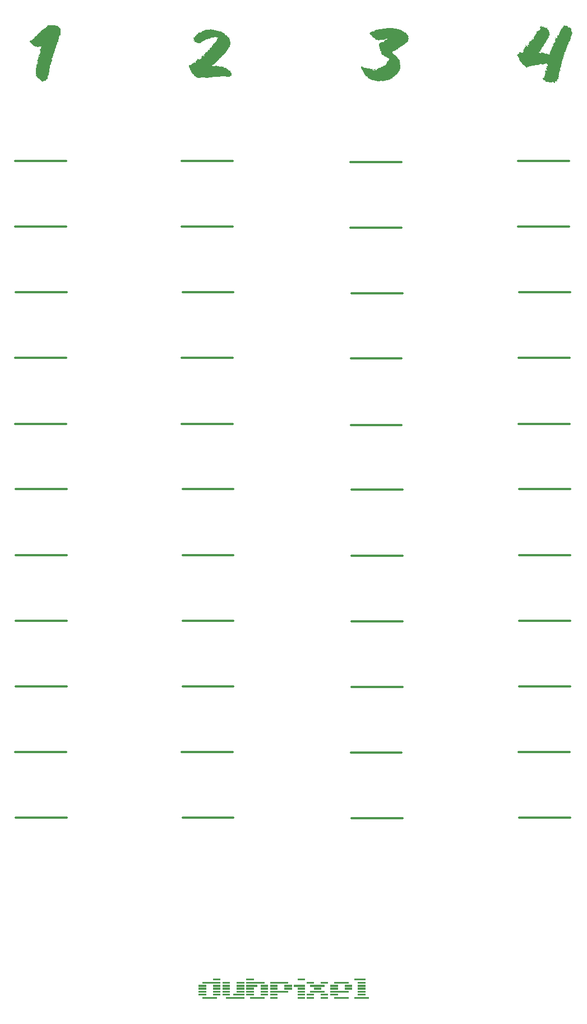
<source format=gbr>
%TF.GenerationSoftware,KiCad,Pcbnew,8.0.6*%
%TF.CreationDate,2025-03-02T16:11:29-08:00*%
%TF.ProjectId,dpx_faded_FP,6470785f-6661-4646-9564-5f46502e6b69,rev?*%
%TF.SameCoordinates,Original*%
%TF.FileFunction,Legend,Top*%
%TF.FilePolarity,Positive*%
%FSLAX46Y46*%
G04 Gerber Fmt 4.6, Leading zero omitted, Abs format (unit mm)*
G04 Created by KiCad (PCBNEW 8.0.6) date 2025-03-02 16:11:29*
%MOMM*%
%LPD*%
G01*
G04 APERTURE LIST*
%ADD10C,0.300000*%
%ADD11C,4.300000*%
G04 APERTURE END LIST*
D10*
X118950000Y-86950000D02*
X126650000Y-86950000D01*
X118850000Y-96850000D02*
X126550000Y-96850000D01*
X118850000Y-106850000D02*
X126550000Y-106850000D01*
X118950000Y-126650000D02*
X126650000Y-126650000D01*
X118950000Y-136500000D02*
X126650000Y-136500000D01*
X118800000Y-67150000D02*
X126500000Y-67150000D01*
X118850000Y-156350000D02*
X126550000Y-156350000D01*
X118950000Y-116650000D02*
X126650000Y-116650000D01*
X118800000Y-77050000D02*
X126500000Y-77050000D01*
X118950000Y-146450000D02*
X126650000Y-146450000D01*
X118950000Y-166250000D02*
X126650000Y-166250000D01*
X93600000Y-87050000D02*
X101300000Y-87050000D01*
X93500000Y-96950000D02*
X101200000Y-96950000D01*
X93500000Y-106950000D02*
X101200000Y-106950000D01*
X93600000Y-126750000D02*
X101300000Y-126750000D01*
X93600000Y-136600000D02*
X101300000Y-136600000D01*
X93450000Y-67250000D02*
X101150000Y-67250000D01*
X93500000Y-156450000D02*
X101200000Y-156450000D01*
X93600000Y-116750000D02*
X101300000Y-116750000D01*
X93450000Y-77150000D02*
X101150000Y-77150000D01*
X93600000Y-146550000D02*
X101300000Y-146550000D01*
X93600000Y-166350000D02*
X101300000Y-166350000D01*
X68100000Y-86950000D02*
X75800000Y-86950000D01*
X68000000Y-96850000D02*
X75700000Y-96850000D01*
X68000000Y-106850000D02*
X75700000Y-106850000D01*
X68100000Y-126650000D02*
X75800000Y-126650000D01*
X68100000Y-136500000D02*
X75800000Y-136500000D01*
X67950000Y-67150000D02*
X75650000Y-67150000D01*
X68000000Y-156350000D02*
X75700000Y-156350000D01*
X68100000Y-116650000D02*
X75800000Y-116650000D01*
X67950000Y-77050000D02*
X75650000Y-77050000D01*
X68100000Y-146450000D02*
X75800000Y-146450000D01*
X68100000Y-166250000D02*
X75800000Y-166250000D01*
X42800000Y-67150000D02*
X50500000Y-67150000D01*
X42800000Y-77050000D02*
X50500000Y-77050000D01*
X42950000Y-86950000D02*
X50650000Y-86950000D01*
X42850000Y-96850000D02*
X50550000Y-96850000D01*
X42850000Y-106850000D02*
X50550000Y-106850000D01*
X42950000Y-116650000D02*
X50650000Y-116650000D01*
X42950000Y-126650000D02*
X50650000Y-126650000D01*
X42950000Y-136500000D02*
X50650000Y-136500000D01*
X42950000Y-146450000D02*
X50650000Y-146450000D01*
X42850000Y-156350000D02*
X50550000Y-156350000D01*
X42950000Y-166250000D02*
X50650000Y-166250000D01*
G36*
X125863956Y-46673775D02*
G01*
X125992916Y-46710900D01*
X126190265Y-46667913D01*
X126221528Y-46781242D01*
X126268422Y-46802735D01*
X126330949Y-46853538D01*
X126360258Y-46935603D01*
X126393475Y-46935603D01*
X126442323Y-46929741D01*
X126493126Y-46929741D01*
X126639672Y-46955143D01*
X126601797Y-47093467D01*
X126645533Y-47074333D01*
X126827250Y-47142721D01*
X126854605Y-47498339D01*
X126950348Y-47846140D01*
X126881960Y-47943838D01*
X126878053Y-48029811D01*
X126854605Y-48147048D01*
X126782309Y-48233021D01*
X126764724Y-48449909D01*
X126686566Y-48619902D01*
X126651395Y-48774263D01*
X126608408Y-48889546D01*
X126538066Y-49022414D01*
X126444277Y-49100572D01*
X126416922Y-49231486D01*
X126397383Y-49379986D01*
X126330949Y-49510900D01*
X126203942Y-49581242D01*
X126233251Y-49637906D01*
X126237159Y-49780544D01*
X126168771Y-49841116D01*
X126135554Y-49848932D01*
X126151186Y-49923182D01*
X126141416Y-50046280D01*
X126080844Y-50100990D01*
X126051535Y-50114668D01*
X126071074Y-50173286D01*
X126067166Y-50282707D01*
X125994870Y-50337418D01*
X125967515Y-50355003D01*
X125981193Y-50435115D01*
X125985101Y-50550397D01*
X125903035Y-50610969D01*
X125862002Y-50614877D01*
X125863956Y-50722344D01*
X125750628Y-50790732D01*
X125791660Y-50837627D01*
X125795416Y-50879479D01*
X125983147Y-50788778D01*
X125796172Y-50887912D01*
X125805338Y-50990034D01*
X125693048Y-50968092D01*
X125695917Y-51036929D01*
X125655339Y-51145750D01*
X125695917Y-51161981D01*
X125734996Y-51324159D01*
X125625575Y-51365191D01*
X125580723Y-51353717D01*
X125623621Y-51474612D01*
X125574773Y-51513691D01*
X125586496Y-51511737D01*
X125541556Y-51666099D01*
X125490753Y-51808736D01*
X125459490Y-51980683D01*
X125334438Y-52123321D01*
X125375471Y-52154584D01*
X125402826Y-52254235D01*
X125406734Y-52381242D01*
X125285589Y-52467215D01*
X125312944Y-52516064D01*
X125295359Y-52672379D01*
X125260188Y-52836510D01*
X125217201Y-53035812D01*
X125153228Y-53062086D01*
X125160537Y-53070983D01*
X125156629Y-53158911D01*
X125133182Y-53244884D01*
X125176168Y-53510621D01*
X125052561Y-53395949D01*
X125066748Y-53463726D01*
X125004221Y-53493035D01*
X125045254Y-53625903D01*
X124955373Y-53856468D01*
X124986636Y-53922903D01*
X124926064Y-54003014D01*
X124943649Y-54030369D01*
X124953419Y-54096803D01*
X124943649Y-54155422D01*
X124879169Y-54169099D01*
X124920202Y-54309783D01*
X124883077Y-54440697D01*
X124840090Y-54546210D01*
X124855722Y-54722065D01*
X124671893Y-54718208D01*
X124695498Y-54878381D01*
X124646650Y-54913551D01*
X124679867Y-55106992D01*
X124489095Y-54983071D01*
X124447348Y-55095268D01*
X124343779Y-55024841D01*
X124343789Y-55024926D01*
X124355512Y-55323879D01*
X124140579Y-55216413D01*
X124085868Y-55140209D01*
X123951046Y-55196873D01*
X123808408Y-55251584D01*
X123667725Y-55271123D01*
X123333600Y-55247676D01*
X123405896Y-55173426D01*
X123427805Y-55154198D01*
X123403942Y-55136301D01*
X123292568Y-55177334D01*
X123187055Y-55130439D01*
X123110851Y-55106992D01*
X122999476Y-55183196D01*
X122921318Y-55058143D01*
X122888101Y-54999525D01*
X122817759Y-54964354D01*
X122794312Y-54897920D01*
X122770865Y-54923321D01*
X122680983Y-54909644D01*
X122612595Y-54813900D01*
X122602826Y-54751374D01*
X122503175Y-54741605D01*
X122506496Y-54701747D01*
X123098369Y-54701747D01*
X123134298Y-54706434D01*
X123203394Y-54706434D01*
X123190963Y-54688848D01*
X123216584Y-54616253D01*
X123098369Y-54701747D01*
X122506496Y-54701747D01*
X122516852Y-54577473D01*
X122579378Y-54569658D01*
X122643859Y-54555980D01*
X122702477Y-54532533D01*
X122723970Y-54487592D01*
X122790404Y-54362540D01*
X122872470Y-54428974D01*
X122895917Y-54479776D01*
X122903733Y-54497362D01*
X122955956Y-54440242D01*
X122954535Y-54436789D01*
X122938904Y-54415296D01*
X122878332Y-54436789D01*
X122782588Y-54268750D01*
X122932713Y-54251428D01*
X122866608Y-54225764D01*
X122847069Y-54098757D01*
X122847069Y-53987383D01*
X122827529Y-53866238D01*
X122937814Y-53861047D01*
X122952581Y-53772449D01*
X123034647Y-53741186D01*
X123067864Y-53752909D01*
X123076758Y-53723489D01*
X123065910Y-53735324D01*
X123003384Y-53618087D01*
X122989706Y-53670844D01*
X122813852Y-53719692D01*
X122864654Y-53537976D01*
X122915457Y-53514528D01*
X122948674Y-53334766D01*
X123050279Y-53448094D01*
X123101081Y-53516482D01*
X123118886Y-53520551D01*
X123202686Y-53489127D01*
X123136252Y-53485219D01*
X123159141Y-53405108D01*
X123149930Y-53405108D01*
X123060048Y-53364075D01*
X122972121Y-53045582D01*
X123210502Y-53170635D01*
X123214566Y-53168772D01*
X123193800Y-53150285D01*
X123254901Y-53150285D01*
X123304291Y-53127648D01*
X123271416Y-52996149D01*
X123254901Y-53150285D01*
X123193800Y-53150285D01*
X123089357Y-53057306D01*
X123157745Y-52986964D01*
X123030739Y-52928346D01*
X123057999Y-52842372D01*
X123146022Y-52842372D01*
X123273687Y-52923102D01*
X123285458Y-52877489D01*
X123191799Y-52832474D01*
X123146022Y-52842372D01*
X123057999Y-52842372D01*
X123106943Y-52688011D01*
X123184563Y-52784696D01*
X123222226Y-52723182D01*
X123278890Y-52559050D01*
X123351186Y-52666517D01*
X123311921Y-52530495D01*
X123167515Y-52557096D01*
X123112805Y-52385150D01*
X123005338Y-52406643D01*
X122786496Y-52471123D01*
X122548115Y-52537557D01*
X122380796Y-52498287D01*
X122378122Y-52504340D01*
X122256978Y-52498478D01*
X122292149Y-52457445D01*
X122268702Y-52463307D01*
X122198360Y-52496524D01*
X122096755Y-52486755D01*
X122078161Y-52468593D01*
X122043998Y-52553189D01*
X121647226Y-52644413D01*
X121487124Y-52652840D01*
X121094657Y-52687644D01*
X120883356Y-52734905D01*
X120803244Y-52719274D01*
X120813014Y-52701688D01*
X120709455Y-52797431D01*
X120601988Y-52805247D01*
X120521877Y-52809155D01*
X120496475Y-52807201D01*
X120496475Y-52904898D01*
X120258094Y-52914668D01*
X120078332Y-53020181D01*
X119988450Y-52871681D01*
X119902477Y-52840418D01*
X119798918Y-52783754D01*
X119730530Y-52635254D01*
X119695359Y-52662609D01*
X119576168Y-52625484D01*
X119474563Y-52504340D01*
X119382728Y-52363656D01*
X119334654Y-52300199D01*
X119253768Y-52269867D01*
X119197103Y-52158492D01*
X119152163Y-52080334D01*
X119038834Y-52051025D01*
X119029064Y-51845861D01*
X118974354Y-51752072D01*
X118907920Y-51642651D01*
X118874703Y-51484382D01*
X118730111Y-51378869D01*
X118597243Y-51085778D01*
X118757466Y-50986127D01*
X118810362Y-50969952D01*
X119231737Y-50969952D01*
X119247807Y-51006420D01*
X119250284Y-50970928D01*
X119231737Y-50969952D01*
X118810362Y-50969952D01*
X118925902Y-50934621D01*
X118935944Y-50889608D01*
X119443136Y-50889608D01*
X119453809Y-50951707D01*
X119483100Y-50897876D01*
X119443136Y-50889608D01*
X118935944Y-50889608D01*
X118976308Y-50708667D01*
X119081821Y-50698897D01*
X119132623Y-50712575D01*
X119146301Y-50642233D01*
X119314340Y-50771193D01*
X119317432Y-50787426D01*
X119349511Y-50745792D01*
X119401857Y-50800572D01*
X119415945Y-50749699D01*
X119498011Y-50653956D01*
X119546237Y-50630356D01*
X119519504Y-50605108D01*
X119628925Y-50530858D01*
X119701221Y-50530858D01*
X119765701Y-50526950D01*
X119795010Y-50515226D01*
X119763747Y-50384312D01*
X119871543Y-50417119D01*
X119777424Y-50360865D01*
X119780431Y-50344625D01*
X119745909Y-50384541D01*
X119765701Y-50462470D01*
X119625017Y-50480055D01*
X119548813Y-50345233D01*
X119699529Y-50238214D01*
X119664096Y-50243628D01*
X119767655Y-50044326D01*
X119772111Y-50001992D01*
X119981685Y-50001992D01*
X119990663Y-50005056D01*
X119992358Y-49997431D01*
X120023621Y-49977892D01*
X119981685Y-50001992D01*
X119772111Y-50001992D01*
X119779378Y-49932951D01*
X119872413Y-49964701D01*
X119919459Y-49686995D01*
X119912247Y-49563656D01*
X120097871Y-49784452D01*
X120142812Y-49796175D01*
X120203384Y-49817669D01*
X120252233Y-49852840D01*
X120250279Y-49587103D01*
X120402686Y-49616413D01*
X120422226Y-49577334D01*
X120457054Y-49504191D01*
X120420272Y-49499176D01*
X120361653Y-49432742D01*
X120390963Y-49329183D01*
X120474982Y-49272519D01*
X120523831Y-49254933D01*
X120496475Y-49264703D01*
X120539462Y-49237348D01*
X120514061Y-49243210D01*
X120467166Y-49170914D01*
X120473028Y-49084940D01*
X120551973Y-49110844D01*
X120541416Y-49100572D01*
X120653310Y-49141366D01*
X120660607Y-49000921D01*
X120758933Y-48997139D01*
X120778936Y-48954633D01*
X120777843Y-48954026D01*
X120809106Y-48741046D01*
X120848185Y-48791849D01*
X120914619Y-48870006D01*
X120939201Y-48902271D01*
X120941974Y-48885638D01*
X120963468Y-48809434D01*
X120883356Y-48639441D01*
X121132712Y-48738421D01*
X121174494Y-48666796D01*
X121233275Y-48705592D01*
X121207711Y-48651165D01*
X121209098Y-48646902D01*
X121125645Y-48615994D01*
X121129198Y-48552033D01*
X121113921Y-48563237D01*
X121127599Y-48393244D01*
X121205757Y-48383475D01*
X121194033Y-48356120D01*
X121194033Y-48260376D01*
X121408967Y-48092337D01*
X121535973Y-47840279D01*
X121643765Y-47859657D01*
X121627808Y-47799246D01*
X121627808Y-47764075D01*
X121520341Y-47824647D01*
X121541442Y-47755111D01*
X122088527Y-47755111D01*
X122092847Y-47756259D01*
X122115222Y-47766305D01*
X122117067Y-47759581D01*
X122088527Y-47755111D01*
X121541442Y-47755111D01*
X121554731Y-47711318D01*
X121852512Y-47711318D01*
X121854058Y-47748429D01*
X121865359Y-47745907D01*
X121861792Y-47736302D01*
X121908387Y-47736302D01*
X121967794Y-47723042D01*
X122040276Y-47742295D01*
X121999057Y-47697641D01*
X121973656Y-47670286D01*
X121949104Y-47678312D01*
X121908387Y-47736302D01*
X121861792Y-47736302D01*
X121852512Y-47711318D01*
X121554731Y-47711318D01*
X121606315Y-47541325D01*
X121729413Y-47597990D01*
X121758722Y-47637069D01*
X121733321Y-47472937D01*
X121880415Y-47573851D01*
X121883775Y-47521786D01*
X121905557Y-47514525D01*
X122086108Y-47514525D01*
X122086593Y-47514732D01*
X122087079Y-47514271D01*
X122086108Y-47514525D01*
X121905557Y-47514525D01*
X121916027Y-47511035D01*
X121930669Y-47404549D01*
X122030321Y-47367424D01*
X122051814Y-47365471D01*
X122042044Y-47302944D01*
X122067445Y-47185708D01*
X122143649Y-47156399D01*
X122137787Y-47086057D01*
X122148841Y-47044603D01*
X122002965Y-46964912D01*
X122049860Y-46839860D01*
X122163189Y-46761702D01*
X122364445Y-46726531D01*
X122342951Y-46847676D01*
X122378122Y-46845722D01*
X122538346Y-46812505D01*
X122712247Y-46951235D01*
X122804082Y-46935603D01*
X122893963Y-46974682D01*
X122966259Y-47015715D01*
X123175331Y-46966866D01*
X123167515Y-47132951D01*
X123204640Y-47164214D01*
X123267166Y-47216971D01*
X123290614Y-47334207D01*
X123349232Y-47322484D01*
X123411758Y-47441674D01*
X123437159Y-47414319D01*
X123450837Y-47496385D01*
X123464515Y-47582358D01*
X123405896Y-47627299D01*
X123474284Y-47627299D01*
X123495778Y-47838325D01*
X123591521Y-48023949D01*
X123489916Y-48053258D01*
X123480146Y-48123600D01*
X123425436Y-48193942D01*
X123370725Y-48213482D01*
X123398080Y-48272100D01*
X123390265Y-48399106D01*
X123310153Y-48473356D01*
X123241765Y-48537836D01*
X123220272Y-48612086D01*
X123198778Y-48698060D01*
X123163607Y-48760586D01*
X123153838Y-48741046D01*
X123104989Y-48871960D01*
X123009246Y-48985289D01*
X122991660Y-49053677D01*
X122966259Y-49145512D01*
X122917411Y-49209993D01*
X122917411Y-49198269D01*
X122876378Y-49325275D01*
X122782588Y-49438604D01*
X122682937Y-49536301D01*
X122624319Y-49604689D01*
X122634089Y-49645722D01*
X122645812Y-49741465D01*
X122524668Y-49811807D01*
X122469958Y-49825484D01*
X122409385Y-49956399D01*
X122335136Y-50130300D01*
X122272609Y-50177194D01*
X122298011Y-50169378D01*
X122221807Y-50329602D01*
X122126064Y-50351095D01*
X122137787Y-50368681D01*
X122129972Y-50435115D01*
X122116294Y-50499595D01*
X122059630Y-50573845D01*
X122012735Y-50638325D01*
X121989288Y-50667634D01*
X121854466Y-50761423D01*
X121812557Y-50826903D01*
X121858374Y-50821995D01*
X121946301Y-50806364D01*
X122045952Y-50800502D01*
X122077215Y-50861074D01*
X122077215Y-50841535D01*
X122157327Y-50851304D01*
X122213991Y-50841535D01*
X122229623Y-50812226D01*
X122260886Y-50755561D01*
X122349407Y-50795055D01*
X122352721Y-50655910D01*
X122495359Y-50780963D01*
X122555931Y-50806364D01*
X122731786Y-50853258D01*
X122905687Y-50947048D01*
X122917411Y-50913831D01*
X123022923Y-50859120D01*
X123257397Y-50921646D01*
X123372679Y-51066238D01*
X123431297Y-51054515D01*
X123540718Y-51033021D01*
X123593557Y-51033833D01*
X123560258Y-50980265D01*
X123534856Y-50837627D01*
X123597409Y-50726252D01*
X123751744Y-50726252D01*
X123783618Y-50826273D01*
X123825994Y-50779009D01*
X123781053Y-50802456D01*
X123751744Y-50726252D01*
X123597409Y-50726252D01*
X123614968Y-50694989D01*
X123675540Y-50509364D01*
X123687264Y-50425345D01*
X123726343Y-50319832D01*
X123757016Y-50301620D01*
X123976036Y-50301620D01*
X124033112Y-50267076D01*
X124010346Y-50200531D01*
X123980355Y-50253398D01*
X123976036Y-50301620D01*
X123757016Y-50301620D01*
X123788869Y-50282707D01*
X123804501Y-50269030D01*
X123816224Y-50206503D01*
X123816224Y-50130300D01*
X123853349Y-50046280D01*
X124004557Y-50048718D01*
X124003803Y-50040418D01*
X123908060Y-50036510D01*
X123913165Y-49979846D01*
X124175750Y-49979846D01*
X124179797Y-49986592D01*
X124187473Y-49989616D01*
X124175750Y-49979846D01*
X123913165Y-49979846D01*
X123927599Y-49819623D01*
X124001849Y-49802037D01*
X124123134Y-49704481D01*
X124121039Y-49702386D01*
X124097260Y-49608591D01*
X124296018Y-49608591D01*
X124300802Y-49612505D01*
X124297384Y-49662629D01*
X124306664Y-49655491D01*
X124344982Y-49636331D01*
X124322295Y-49626182D01*
X124351605Y-49567564D01*
X124296018Y-49608591D01*
X124097260Y-49608591D01*
X124050697Y-49424926D01*
X124203380Y-49409846D01*
X124177704Y-49358492D01*
X124154256Y-49127927D01*
X124354697Y-49353423D01*
X124363328Y-49317459D01*
X124390683Y-49231486D01*
X124453210Y-49219762D01*
X124384822Y-49141605D01*
X124398499Y-49047815D01*
X124424959Y-49000185D01*
X124345743Y-48936441D01*
X124368005Y-48829584D01*
X124557035Y-48829584D01*
X124633508Y-48909311D01*
X124631018Y-48871960D01*
X124607571Y-48741046D01*
X124608700Y-48709797D01*
X124578262Y-48791849D01*
X124557035Y-48829584D01*
X124368005Y-48829584D01*
X124375052Y-48795757D01*
X124423900Y-48690244D01*
X124363328Y-48447955D01*
X124610506Y-48659821D01*
X124613433Y-48578869D01*
X124732539Y-48585560D01*
X124705268Y-48537836D01*
X124705268Y-48381521D01*
X124817177Y-48394817D01*
X124820744Y-48340133D01*
X124720900Y-48371751D01*
X124677913Y-48145094D01*
X124898709Y-48117739D01*
X124950873Y-48132381D01*
X124929972Y-48037627D01*
X124955373Y-47910621D01*
X125008129Y-47810969D01*
X125045254Y-47766029D01*
X125008129Y-47767983D01*
X125076517Y-47594082D01*
X125092199Y-47604003D01*
X125080425Y-47568681D01*
X125299267Y-47568681D01*
X125305788Y-47575927D01*
X125336221Y-47502247D01*
X125320697Y-47502247D01*
X125299267Y-47568681D01*
X125080425Y-47568681D01*
X125060886Y-47510062D01*
X125226170Y-47441556D01*
X125275819Y-47105596D01*
X125434089Y-47134905D01*
X125475122Y-47056748D01*
X125527878Y-46898478D01*
X125606245Y-46926741D01*
X125598220Y-46876985D01*
X125610193Y-46799825D01*
X125561095Y-46783196D01*
X125719364Y-46632742D01*
X125863956Y-46673775D01*
G37*
G36*
X99797173Y-47031346D02*
G01*
X99953489Y-47078241D01*
X99953489Y-47143918D01*
X100055094Y-47109504D01*
X100109804Y-47097780D01*
X100221179Y-47086057D01*
X100352093Y-47093872D01*
X100447836Y-47132951D01*
X100568981Y-47179846D01*
X100799546Y-47230648D01*
X100864026Y-47310760D01*
X100897243Y-47334207D01*
X100991032Y-47338115D01*
X101170795Y-47345931D01*
X101162084Y-47406905D01*
X101289986Y-47469030D01*
X101411130Y-47541325D01*
X101549860Y-47639023D01*
X101647557Y-47715226D01*
X101545952Y-47857864D01*
X101825366Y-47738674D01*
X101889846Y-47891081D01*
X101995359Y-47990732D01*
X102022843Y-48034456D01*
X102153628Y-48121646D01*
X102202477Y-48234975D01*
X102233740Y-48338534D01*
X102216154Y-48395198D01*
X102270865Y-48639441D01*
X102212247Y-48850467D01*
X102149720Y-49010690D01*
X102083286Y-49049769D01*
X102050069Y-49065401D01*
X102052023Y-49100572D01*
X102018806Y-49186545D01*
X101925017Y-49208039D01*
X101905478Y-49186545D01*
X101792149Y-49336999D01*
X101748414Y-49304198D01*
X101595713Y-49505582D01*
X101528367Y-49557794D01*
X101209874Y-49723879D01*
X101020341Y-49872379D01*
X100826901Y-50003293D01*
X100750697Y-50018925D01*
X100776099Y-50018925D01*
X100688171Y-50134207D01*
X100568981Y-50241674D01*
X100440020Y-50263168D01*
X100402896Y-50257306D01*
X100309106Y-50384312D01*
X100201639Y-50452700D01*
X99963258Y-50499595D01*
X99971074Y-50425345D01*
X99867515Y-50632463D01*
X99745674Y-50704704D01*
X99812805Y-50716482D01*
X99813798Y-50781031D01*
X99822575Y-50777055D01*
X99875331Y-50833719D01*
X99887055Y-50874752D01*
X99906594Y-50880614D01*
X100051186Y-50986127D01*
X100137159Y-51122903D01*
X100154745Y-51111179D01*
X100232903Y-51111179D01*
X100328646Y-51212784D01*
X100367725Y-51285080D01*
X100477145Y-51355422D01*
X100471284Y-51433579D01*
X100475191Y-51419902D01*
X100584612Y-51429672D01*
X100557257Y-51527369D01*
X100543579Y-51537138D01*
X100703803Y-51722763D01*
X100908967Y-51974822D01*
X100926552Y-52054933D01*
X100901898Y-52269775D01*
X100994940Y-52306992D01*
X100926552Y-52506294D01*
X100967585Y-52539511D01*
X101022295Y-52656748D01*
X101028157Y-52813063D01*
X100957815Y-52947885D01*
X100969539Y-52965471D01*
X100953907Y-53106154D01*
X100881612Y-53356259D01*
X100725296Y-53545792D01*
X100735066Y-53614180D01*
X100695987Y-53758771D01*
X100608060Y-53809574D01*
X100572889Y-53815436D01*
X100580704Y-53844745D01*
X100561165Y-53928764D01*
X100443928Y-54012784D01*
X100357955Y-54063586D01*
X100238764Y-54169099D01*
X100101988Y-54286336D01*
X100039462Y-54313691D01*
X100053140Y-54327369D01*
X99941765Y-54428974D01*
X99846022Y-54473914D01*
X99781542Y-54540348D01*
X99717062Y-54640000D01*
X99619364Y-54634138D01*
X99603733Y-54634138D01*
X99558792Y-54690802D01*
X99509944Y-54765052D01*
X99273517Y-54809993D01*
X99093754Y-54894012D01*
X99009297Y-54826208D01*
X98917899Y-54948722D01*
X98830400Y-54877951D01*
X98702965Y-55005387D01*
X98620900Y-55001479D01*
X98511479Y-55042512D01*
X98368841Y-55067913D01*
X98362621Y-55052043D01*
X98232065Y-55038604D01*
X98271144Y-54999525D01*
X98245743Y-55009295D01*
X98183217Y-55034696D01*
X98114829Y-55003433D01*
X98101151Y-54938953D01*
X97831507Y-55073775D01*
X97752259Y-55000354D01*
X97733810Y-55060097D01*
X97574894Y-55019444D01*
X97511060Y-55134347D01*
X97446580Y-55011249D01*
X97368422Y-55003433D01*
X97306582Y-54968095D01*
X97286357Y-55009295D01*
X96985450Y-54936999D01*
X96639602Y-54876427D01*
X96656254Y-54842143D01*
X96442254Y-54729881D01*
X96324898Y-54674108D01*
X96777677Y-54674108D01*
X96779150Y-54674217D01*
X96778332Y-54669309D01*
X96777677Y-54674108D01*
X96324898Y-54674108D01*
X96244905Y-54636092D01*
X96074912Y-54489546D01*
X96028018Y-54305875D01*
X96004570Y-54341046D01*
X95943998Y-54341046D01*
X95893196Y-54315645D01*
X95768143Y-54301967D01*
X95760327Y-54174961D01*
X95680216Y-54126113D01*
X95584473Y-54020600D01*
X95593586Y-53895605D01*
X95509749Y-53782219D01*
X96762700Y-53782219D01*
X96770516Y-53768541D01*
X96801659Y-53750284D01*
X96782240Y-53747048D01*
X96762700Y-53782219D01*
X95509749Y-53782219D01*
X95413510Y-53652060D01*
X95355976Y-53478303D01*
X96557875Y-53478303D01*
X96576072Y-53463746D01*
X96561321Y-53461371D01*
X96557875Y-53478303D01*
X95355976Y-53478303D01*
X95328988Y-53396795D01*
X96508950Y-53396795D01*
X96551674Y-53401025D01*
X96551674Y-53379706D01*
X96508950Y-53396795D01*
X95328988Y-53396795D01*
X95328506Y-53395338D01*
X95254256Y-53315226D01*
X95150697Y-53215575D01*
X95072540Y-53069030D01*
X95111618Y-52736859D01*
X95256210Y-52856050D01*
X95359769Y-52897083D01*
X95437927Y-52986964D01*
X95344138Y-53080753D01*
X95461374Y-52967424D01*
X95572749Y-53014319D01*
X95654815Y-53072937D01*
X95924459Y-53059260D01*
X95853239Y-53116913D01*
X95914689Y-53141325D01*
X95924459Y-53227299D01*
X95920551Y-53260516D01*
X95924459Y-53254654D01*
X95962715Y-53303946D01*
X95983077Y-53131556D01*
X96422714Y-53131556D01*
X96285938Y-53270286D01*
X96327855Y-53305216D01*
X96426622Y-53203852D01*
X96631786Y-53182358D01*
X96801779Y-53258562D01*
X96783444Y-53482252D01*
X96807641Y-53510621D01*
X96833042Y-53549699D01*
X96872121Y-53549699D01*
X96899476Y-53549699D01*
X96887752Y-53536022D01*
X96852581Y-53467634D01*
X96901430Y-53278101D01*
X97011887Y-53543693D01*
X97018667Y-53508667D01*
X97083399Y-53391124D01*
X96981542Y-53366029D01*
X97053838Y-53213621D01*
X97192568Y-53194082D01*
X97300034Y-53264424D01*
X97214963Y-53368829D01*
X97378192Y-53362121D01*
X97434390Y-53350610D01*
X97475395Y-53248757D01*
X97706351Y-53248757D01*
X97712827Y-53253278D01*
X97722086Y-53242930D01*
X97706351Y-53248757D01*
X97475395Y-53248757D01*
X97478097Y-53242046D01*
X97468073Y-53240976D01*
X97481073Y-53227299D01*
X98304361Y-53227299D01*
X98384473Y-53227299D01*
X98349302Y-53194082D01*
X98394242Y-53170635D01*
X98318039Y-53170635D01*
X98351256Y-53205806D01*
X98304361Y-53227299D01*
X97481073Y-53227299D01*
X97486212Y-53221892D01*
X97493475Y-53203852D01*
X97504467Y-53202686D01*
X97655652Y-53043628D01*
X97810013Y-53067076D01*
X97917480Y-53076845D01*
X98009316Y-52953747D01*
X98086284Y-53019170D01*
X98122644Y-52904898D01*
X98249651Y-52942023D01*
X98222295Y-52990872D01*
X98331716Y-52836510D01*
X98558374Y-52738813D01*
X98601360Y-52693872D01*
X98661933Y-52611807D01*
X98757676Y-52525833D01*
X98878820Y-52514110D01*
X98841695Y-52441814D01*
X98906175Y-52383196D01*
X98939392Y-52338255D01*
X98986287Y-52359748D01*
X98937438Y-52328485D01*
X99052721Y-52078381D01*
X99134685Y-52138277D01*
X99130879Y-52039302D01*
X99205123Y-51926047D01*
X99299063Y-51926047D01*
X99310514Y-51939598D01*
X99308688Y-51922065D01*
X99299063Y-51926047D01*
X99205123Y-51926047D01*
X99246161Y-51863447D01*
X99261828Y-51881987D01*
X99296964Y-51654375D01*
X99212944Y-51591849D01*
X99083984Y-51513691D01*
X99013642Y-51492198D01*
X98890544Y-51453119D01*
X98851465Y-51380823D01*
X98826064Y-51345652D01*
X98755722Y-51365191D01*
X98650209Y-51341744D01*
X98609176Y-51288988D01*
X98616992Y-51287034D01*
X98513433Y-51226461D01*
X98501709Y-51160027D01*
X98415736Y-51148304D01*
X98292637Y-51105317D01*
X98232065Y-51038883D01*
X98155861Y-51005666D01*
X98150144Y-50851304D01*
X99722923Y-50851304D01*
X99769818Y-50853258D01*
X99753089Y-50848736D01*
X99722923Y-50851304D01*
X98150144Y-50851304D01*
X98148046Y-50794640D01*
X98105059Y-50683265D01*
X98077704Y-50587522D01*
X98073796Y-50517180D01*
X98030809Y-50499595D01*
X97970237Y-50448792D01*
X97962421Y-50368681D01*
X97985868Y-50343279D01*
X97933112Y-50269030D01*
X97942882Y-50208457D01*
X97862770Y-50091221D01*
X97871721Y-49844171D01*
X97757257Y-49823531D01*
X97802198Y-49571472D01*
X97833461Y-49307690D01*
X97983914Y-49284242D01*
X98067813Y-49278140D01*
X98062072Y-49266657D01*
X98146092Y-49157236D01*
X98293981Y-49174300D01*
X98341486Y-49127927D01*
X98450907Y-49131835D01*
X98349302Y-49204131D01*
X98522059Y-49087851D01*
X98521249Y-49082986D01*
X98523203Y-49008736D01*
X98593545Y-48955980D01*
X98693196Y-49014598D01*
X98658025Y-48993105D01*
X98706873Y-48842651D01*
X98843870Y-48931036D01*
X98851465Y-48920809D01*
X98858201Y-48921492D01*
X98878820Y-48784033D01*
X98986287Y-48758632D01*
X99012418Y-48769687D01*
X98996057Y-48705875D01*
X99037965Y-48641702D01*
X99035136Y-48641395D01*
X98912037Y-48657027D01*
X98806524Y-48684382D01*
X98751814Y-48703921D01*
X98697103Y-48735184D01*
X98609176Y-48729323D01*
X98597452Y-48725415D01*
X98531018Y-48791849D01*
X98404012Y-48793803D01*
X98339532Y-48766448D01*
X98298499Y-48787941D01*
X98241835Y-48827020D01*
X98202756Y-48791849D01*
X98114829Y-48827020D01*
X98107013Y-48797711D01*
X97940928Y-48850467D01*
X97747487Y-48901270D01*
X97409455Y-48838743D01*
X97415317Y-48813342D01*
X97391870Y-48795757D01*
X97219923Y-48760586D01*
X97137857Y-48608178D01*
X96868213Y-48447955D01*
X96713852Y-48121646D01*
X96665003Y-48102107D01*
X96616154Y-48094291D01*
X96475471Y-48053258D01*
X96452023Y-47959469D01*
X96446161Y-47900851D01*
X96309385Y-47812923D01*
X96522365Y-47640976D01*
X96817188Y-47568158D01*
X96858443Y-47519832D01*
X96948325Y-47588220D01*
X97006943Y-47525694D01*
X97075331Y-47545233D01*
X97083147Y-47420181D01*
X97405547Y-47320530D01*
X97384938Y-47360161D01*
X97419225Y-47336161D01*
X97573272Y-47359659D01*
X97577494Y-47347885D01*
X97667376Y-47216971D01*
X97938974Y-47189616D01*
X98290683Y-47199385D01*
X98180623Y-47312502D01*
X98374703Y-47328346D01*
X98316085Y-47297083D01*
X98317402Y-47252292D01*
X99009634Y-47252292D01*
X99013642Y-47256050D01*
X99021458Y-47234556D01*
X99009634Y-47252292D01*
X98317402Y-47252292D01*
X98321946Y-47097780D01*
X98646301Y-47101688D01*
X98890544Y-47109504D01*
X98901096Y-47120759D01*
X98902267Y-47052840D01*
X99154326Y-47037208D01*
X99176470Y-47096929D01*
X99205129Y-47052840D01*
X99371214Y-47025484D01*
X99593963Y-47019623D01*
X99797173Y-47031346D01*
G37*
G36*
X72470412Y-47258928D02*
G01*
X72534926Y-47306852D01*
X72534791Y-47308064D01*
X72538834Y-47300990D01*
X72645550Y-47345318D01*
X72646301Y-47330300D01*
X72749860Y-47300990D01*
X72861235Y-47338115D01*
X72912037Y-47357655D01*
X73048813Y-47361563D01*
X73189497Y-47357655D01*
X73242254Y-47402595D01*
X73238346Y-47424089D01*
X73418108Y-47431905D01*
X73588101Y-47480753D01*
X73662351Y-47517878D01*
X73644766Y-47537418D01*
X73812805Y-47558911D01*
X73914410Y-47576496D01*
X73996475Y-47582358D01*
X74039462Y-47683963D01*
X74047278Y-47693733D01*
X74127390Y-47685917D01*
X74230949Y-47703503D01*
X74273935Y-47783614D01*
X74281751Y-47826601D01*
X74314968Y-47809016D01*
X74406803Y-47836371D01*
X74498639Y-47949699D01*
X74574842Y-48047397D01*
X74690125Y-48111877D01*
X74799546Y-48170495D01*
X74852302Y-48264284D01*
X74867934Y-48338534D01*
X74910921Y-48350258D01*
X75020341Y-48379567D01*
X75041835Y-48475310D01*
X74994940Y-48528066D01*
X75051605Y-48477264D01*
X75147348Y-48518297D01*
X75157117Y-48623810D01*
X75151256Y-48678520D01*
X75190334Y-48692198D01*
X75266538Y-48750816D01*
X75272400Y-48875868D01*
X75270446Y-48985289D01*
X75317341Y-49094710D01*
X75325157Y-49295966D01*
X75257245Y-49376936D01*
X75295847Y-49411249D01*
X75327110Y-49583196D01*
X75274354Y-49614459D01*
X75270446Y-49620321D01*
X75264584Y-49698478D01*
X75270446Y-49815715D01*
X75151256Y-49888011D01*
X75078960Y-49927090D01*
X75075052Y-50015017D01*
X75034019Y-50157655D01*
X74967585Y-50224089D01*
X74908967Y-50272937D01*
X74942184Y-50296385D01*
X74819085Y-50341325D01*
X74834717Y-50380404D01*
X74809316Y-50495687D01*
X74715526Y-50507411D01*
X74707711Y-50474193D01*
X74707711Y-50528904D01*
X74639323Y-50599246D01*
X74621737Y-50673496D01*
X74584612Y-50777055D01*
X74397034Y-50919692D01*
X74258304Y-51085778D01*
X74166468Y-51216692D01*
X74074633Y-51222554D01*
X74092219Y-51240139D01*
X74084403Y-51318297D01*
X74012107Y-51378869D01*
X73963258Y-51388639D01*
X73914410Y-51468750D01*
X73849930Y-51554724D01*
X73752233Y-51613342D01*
X73664305Y-51627020D01*
X73629134Y-51683684D01*
X73560746Y-51789197D01*
X73455233Y-51843907D01*
X73478681Y-51859539D01*
X73459141Y-51947466D01*
X73369260Y-51967006D01*
X73347766Y-51943558D01*
X73144556Y-52199525D01*
X72890544Y-52447676D01*
X72796755Y-52506294D01*
X72726413Y-52521926D01*
X72673656Y-52568820D01*
X72603314Y-52633300D01*
X72489986Y-52717320D01*
X72457772Y-52755975D01*
X72503209Y-52777645D01*
X72501709Y-52725136D01*
X72685380Y-52777892D01*
X72743998Y-52803293D01*
X72923761Y-52764214D01*
X73134787Y-52736859D01*
X73584193Y-52803293D01*
X73724877Y-52848234D01*
X73844068Y-52861912D01*
X73916364Y-52816971D01*
X74119574Y-52869727D01*
X74150837Y-52910760D01*
X74164515Y-52920530D01*
X74199685Y-52908806D01*
X74285659Y-52924438D01*
X74354047Y-52979148D01*
X74400942Y-53029951D01*
X74438066Y-53020181D01*
X74522086Y-53035812D01*
X74588520Y-53049490D01*
X74717480Y-53080753D01*
X74768283Y-53184312D01*
X74711618Y-53248792D01*
X74787822Y-53192128D01*
X74907013Y-53207759D01*
X74987124Y-53293733D01*
X75059420Y-53364075D01*
X75205966Y-53440279D01*
X75309525Y-53481311D01*
X75350558Y-53604410D01*
X75358374Y-53661074D01*
X75448255Y-53711877D01*
X75483426Y-53879916D01*
X75467794Y-53977613D01*
X75497103Y-54227718D01*
X75372051Y-54251165D01*
X75288032Y-54385987D01*
X75090683Y-54382079D01*
X74918736Y-54382079D01*
X74525505Y-54338054D01*
X74449790Y-54331277D01*
X74055491Y-54315529D01*
X73859699Y-54325415D01*
X73806943Y-54344954D01*
X73713154Y-54382079D01*
X73317549Y-54414128D01*
X73226622Y-54415296D01*
X72829002Y-54432469D01*
X72806524Y-54434836D01*
X72769399Y-54430928D01*
X72882728Y-54493454D01*
X72671029Y-54432968D01*
X72671702Y-54440697D01*
X72515387Y-54493454D01*
X72368841Y-54495408D01*
X72177355Y-54493454D01*
X71741625Y-54550118D01*
X71612665Y-54602875D01*
X71462212Y-54532533D01*
X71313712Y-54522763D01*
X71001081Y-54532533D01*
X70661095Y-54550118D01*
X70416852Y-54544256D01*
X70379727Y-54509085D01*
X70366050Y-54499316D01*
X70344556Y-54483684D01*
X70244905Y-54464145D01*
X70127669Y-54423112D01*
X70082728Y-54343000D01*
X70074912Y-54315645D01*
X70037787Y-54335184D01*
X69940090Y-54303921D01*
X69820900Y-54137836D01*
X69777913Y-53960027D01*
X69594242Y-53987383D01*
X69564933Y-53807620D01*
X69428157Y-53768541D01*
X69428157Y-53481311D01*
X69404710Y-53442233D01*
X69348046Y-53399246D01*
X69279658Y-53326950D01*
X69248394Y-53205806D01*
X69201500Y-53137418D01*
X69121388Y-53051444D01*
X69049092Y-52926392D01*
X69043230Y-52664563D01*
X69217131Y-52680195D01*
X69241854Y-52661978D01*
X69548366Y-52661978D01*
X69643091Y-52680195D01*
X69677414Y-52634766D01*
X69615736Y-52605945D01*
X69582272Y-52603853D01*
X69548366Y-52661978D01*
X69241854Y-52661978D01*
X69291381Y-52625484D01*
X69383217Y-52551235D01*
X69443251Y-52545909D01*
X69625505Y-52363656D01*
X69842946Y-52313703D01*
X69832623Y-52197571D01*
X69992847Y-52297222D01*
X70045603Y-52269867D01*
X70121807Y-52205387D01*
X70160984Y-52177233D01*
X70065143Y-52090104D01*
X70076715Y-52069532D01*
X70310856Y-52069532D01*
X70441763Y-51975461D01*
X70452023Y-51968960D01*
X70488183Y-51933050D01*
X70456141Y-51909803D01*
X70313293Y-52066657D01*
X70310856Y-52069532D01*
X70076715Y-52069532D01*
X70135484Y-51965052D01*
X70252721Y-51882986D01*
X70393006Y-51863999D01*
X70368004Y-51845861D01*
X70459839Y-51646559D01*
X70612049Y-51810044D01*
X70670427Y-51752072D01*
X71180844Y-51752072D01*
X71186706Y-51736441D01*
X71184181Y-51730381D01*
X71180844Y-51752072D01*
X70670427Y-51752072D01*
X70732292Y-51690637D01*
X70749023Y-51666099D01*
X70858443Y-51716901D01*
X70858443Y-51662191D01*
X70928785Y-51640697D01*
X70964275Y-51662814D01*
X70946371Y-51623112D01*
X71021773Y-51475513D01*
X70951925Y-51433757D01*
X71141272Y-51433757D01*
X71144942Y-51429008D01*
X71141765Y-51431625D01*
X71141272Y-51433757D01*
X70951925Y-51433757D01*
X70938555Y-51425764D01*
X70993265Y-51308527D01*
X71071423Y-51242093D01*
X71139811Y-51154166D01*
X71278541Y-51285080D01*
X71226281Y-51353306D01*
X71315666Y-51337836D01*
X71329344Y-51236231D01*
X71402959Y-51194478D01*
X71260956Y-51175659D01*
X71399193Y-50954863D01*
X71890125Y-50954863D01*
X71894702Y-50961729D01*
X71899026Y-50942993D01*
X71890125Y-50954863D01*
X71399193Y-50954863D01*
X71401639Y-50950956D01*
X71627841Y-50890795D01*
X71565771Y-50825903D01*
X71643928Y-50716482D01*
X71770935Y-50642233D01*
X71854954Y-50616831D01*
X71892079Y-50540628D01*
X71978053Y-50450746D01*
X72050348Y-50417529D01*
X71970237Y-50339371D01*
X72128506Y-50339371D01*
X72158148Y-50343000D01*
X72204710Y-50292477D01*
X72220761Y-50271839D01*
X72163677Y-50272937D01*
X72198247Y-50183056D01*
X72783077Y-50183056D01*
X72806524Y-50183056D01*
X72806524Y-50159609D01*
X72783077Y-50159609D01*
X72783077Y-50183056D01*
X72198247Y-50183056D01*
X72232065Y-50095129D01*
X72306315Y-50018925D01*
X72378611Y-49993524D01*
X72343440Y-50001339D01*
X72628926Y-49855683D01*
X72629068Y-49855098D01*
X72548604Y-49870425D01*
X72509525Y-49673077D01*
X72636531Y-49649630D01*
X72686892Y-49617873D01*
X72702965Y-49551933D01*
X72749860Y-49452281D01*
X72855373Y-49413203D01*
X72919853Y-49401479D01*
X72894452Y-49370216D01*
X72931577Y-49282288D01*
X73175819Y-49077124D01*
X73201221Y-48977473D01*
X73250069Y-48891500D01*
X73291102Y-48817250D01*
X73293056Y-48672658D01*
X73405976Y-48641353D01*
X73402477Y-48639441D01*
X73423970Y-48547606D01*
X73457187Y-48492896D01*
X73451674Y-48439608D01*
X73435694Y-48446001D01*
X73337997Y-48459678D01*
X73242254Y-48408876D01*
X73162142Y-48414738D01*
X73025366Y-48363935D01*
X72999965Y-48373705D01*
X72712735Y-48444047D01*
X72370795Y-48490942D01*
X72275052Y-48539790D01*
X72255512Y-48559330D01*
X72189078Y-48614040D01*
X72073796Y-48604270D01*
X71974145Y-48617948D01*
X71931158Y-48649211D01*
X71874494Y-48711737D01*
X71724040Y-48743000D01*
X71606803Y-48758632D01*
X71516922Y-48832882D01*
X71423133Y-48881730D01*
X71260956Y-48987243D01*
X71036252Y-49104480D01*
X70930739Y-49213900D01*
X70803733Y-49335045D01*
X70495010Y-49323321D01*
X70205826Y-49282288D01*
X70174563Y-49151374D01*
X70115945Y-49088848D01*
X70105003Y-49068527D01*
X70018248Y-49125973D01*
X69957676Y-49053677D01*
X69893196Y-48932533D01*
X69902965Y-48877822D01*
X69912735Y-48875868D01*
X69660676Y-48909085D01*
X69795498Y-48705875D01*
X69766189Y-48504619D01*
X69785729Y-48494849D01*
X70047557Y-48494849D01*
X70049511Y-48494849D01*
X70049511Y-48492896D01*
X70047557Y-48492896D01*
X70047557Y-48494849D01*
X69785729Y-48494849D01*
X69859979Y-48457725D01*
X69922505Y-48385429D01*
X69983471Y-48343919D01*
X69932274Y-48317041D01*
X70069050Y-48203712D01*
X70153070Y-48104061D01*
X70254675Y-48006364D01*
X70323827Y-48002190D01*
X70317201Y-47963377D01*
X70436392Y-47852002D01*
X70498918Y-47734766D01*
X70584891Y-47732812D01*
X70661095Y-47693733D01*
X70799825Y-47748443D01*
X70811549Y-47680055D01*
X71008102Y-47599522D01*
X71010851Y-47572588D01*
X71106594Y-47478799D01*
X71221877Y-47472937D01*
X71305896Y-47427997D01*
X71405547Y-47371332D01*
X71542225Y-47366223D01*
X71546231Y-47300990D01*
X71757257Y-47310760D01*
X71886217Y-47302944D01*
X72069888Y-47267773D01*
X72469700Y-47244349D01*
X72489986Y-47244326D01*
X72470412Y-47258928D01*
G37*
G36*
X46027773Y-54114389D02*
G01*
X46186043Y-54294152D01*
X46148918Y-54294152D01*
X46092254Y-54223810D01*
X46139148Y-54098757D01*
X46229030Y-54124159D01*
X46275924Y-54155422D01*
X46283740Y-54163237D01*
X46272016Y-54120251D01*
X46279832Y-54131974D01*
X46213398Y-54167145D01*
X46145010Y-54215994D01*
X46141102Y-54317599D01*
X45951570Y-54288290D01*
X45928122Y-54153468D01*
X46000418Y-54049909D01*
X46119609Y-54116343D01*
X45976971Y-53997152D01*
X45928122Y-53717739D01*
X45916399Y-53401200D01*
X45955478Y-53039720D01*
X45984787Y-53047536D01*
X46002372Y-53031905D01*
X46002372Y-52985010D01*
X46045359Y-52797431D01*
X46053175Y-52516064D01*
X46205582Y-52428136D01*
X46238799Y-52603991D01*
X46232937Y-52756399D01*
X46219260Y-52832602D01*
X46211444Y-52824787D01*
X46221214Y-52791570D01*
X46275924Y-52713412D01*
X46357990Y-52715366D01*
X46307187Y-52779846D01*
X46180181Y-52764214D01*
X46187997Y-52535603D01*
X46334542Y-52484801D01*
X46297418Y-52471123D01*
X46260293Y-52414459D01*
X46291556Y-52361702D01*
X46334542Y-52371472D01*
X46305233Y-52396873D01*
X46289602Y-52418367D01*
X46227076Y-52414459D01*
X46162595Y-52336301D01*
X46174319Y-52174124D01*
X46299371Y-52140907D01*
X46377529Y-52148722D01*
X46385345Y-52158492D01*
X46436147Y-52144815D01*
X46463503Y-52224926D01*
X46277878Y-52119413D01*
X46266154Y-51982637D01*
X46299371Y-51857585D01*
X46371667Y-51824368D01*
X46340404Y-51929881D01*
X46352128Y-52207341D01*
X46152826Y-52006085D01*
X46187997Y-51847815D01*
X46295464Y-51726671D01*
X46408792Y-51693454D01*
X46361898Y-51765750D01*
X46277878Y-51720809D01*
X46318911Y-51601618D01*
X46383391Y-51625066D01*
X46387299Y-51625066D01*
X46279832Y-51568401D01*
X46293510Y-51488290D01*
X46442009Y-51486336D01*
X46430286Y-51490244D01*
X46463503Y-51562540D01*
X46303279Y-51400362D01*
X46428332Y-51287034D01*
X46592463Y-51251863D01*
X46668667Y-51320251D01*
X46600279Y-51333928D01*
X46557292Y-51312435D01*
X46520167Y-51304619D01*
X46498674Y-51351514D01*
X46352128Y-51281172D01*
X46393161Y-51074054D01*
X46504535Y-50991988D01*
X46510397Y-51175659D01*
X46484996Y-51097501D01*
X46526029Y-50993942D01*
X46549476Y-50925554D01*
X46449825Y-50925554D01*
X46602233Y-50732114D01*
X46666713Y-50700851D01*
X46721423Y-50450746D01*
X46711653Y-50474193D01*
X46559246Y-50429253D01*
X46664759Y-50214319D01*
X46772226Y-49999385D01*
X46967620Y-50313970D01*
X46928541Y-50313970D01*
X46893370Y-50253398D01*
X46836706Y-50124438D01*
X46877739Y-49989616D01*
X46893370Y-50063866D01*
X46666713Y-50032602D01*
X46756594Y-49903642D01*
X46762456Y-49794221D01*
X46811304Y-49667215D01*
X46885554Y-49620321D01*
X46885554Y-49653538D01*
X46867969Y-49676985D01*
X46817166Y-49749281D01*
X46744870Y-49800083D01*
X46637404Y-49802037D01*
X46576831Y-49798129D01*
X46430286Y-49860655D01*
X46277878Y-49913412D01*
X46160642Y-49888011D01*
X46105931Y-49854794D01*
X46000418Y-49866517D01*
X45855826Y-49850886D01*
X45806978Y-49764912D01*
X45814794Y-49733649D01*
X45762037Y-49751235D01*
X45703419Y-49710202D01*
X45642847Y-49671123D01*
X45625261Y-49612505D01*
X45599860Y-49632044D01*
X45508025Y-49618367D01*
X45435729Y-49522623D01*
X45402512Y-49444466D01*
X45265736Y-49378032D01*
X45150453Y-49200223D01*
X44960921Y-49100572D01*
X45093789Y-48926671D01*
X45185624Y-48914947D01*
X45244242Y-48920809D01*
X45316538Y-48883684D01*
X45318492Y-48877822D01*
X45343893Y-48791849D01*
X45437683Y-48782079D01*
X45439637Y-48797711D01*
X45564689Y-48637487D01*
X45752267Y-48567145D01*
X45709281Y-48524159D01*
X45746406Y-48432323D01*
X45789392Y-48389337D01*
X45836287Y-48397152D01*
X45826517Y-48350258D01*
X45873412Y-48307271D01*
X45967201Y-48252561D01*
X46002372Y-48270146D01*
X46084438Y-48102107D01*
X46238799Y-48012226D01*
X46330635Y-47885219D01*
X46467411Y-47715226D01*
X46557292Y-47723042D01*
X46565108Y-47730858D01*
X46651081Y-47639023D01*
X46752686Y-47467076D01*
X46873831Y-47525694D01*
X46852337Y-47586266D01*
X46778087Y-47367424D01*
X47012561Y-47302944D01*
X47172784Y-47156399D01*
X47356454Y-47027438D01*
X47551849Y-47023531D01*
X47493230Y-47031346D01*
X47460013Y-46992267D01*
X47475645Y-46873077D01*
X47538171Y-46882847D01*
X47653454Y-46759748D01*
X47770690Y-46587801D01*
X48167768Y-46596350D01*
X48224005Y-46591709D01*
X48621510Y-46588961D01*
X48646057Y-46591709D01*
X48700767Y-46583893D01*
X48788695Y-46611249D01*
X48866852Y-46617110D01*
X49040753Y-46677683D01*
X49040753Y-46732393D01*
X49019260Y-46732393D01*
X49177529Y-46685498D01*
X49322121Y-46822274D01*
X49353384Y-46798827D01*
X49462805Y-46833998D01*
X49505792Y-46937557D01*
X49513607Y-47000083D01*
X49595673Y-47070425D01*
X49714863Y-47207201D01*
X49677739Y-47388918D01*
X49689462Y-47586266D01*
X49689462Y-47824647D01*
X49650383Y-48068890D01*
X49572226Y-48115785D01*
X49507745Y-48072798D01*
X49540963Y-48252561D01*
X49468667Y-48422554D01*
X49460851Y-48508527D01*
X49415910Y-48711737D01*
X49349476Y-48760586D01*
X49322121Y-48791849D01*
X49326029Y-48930579D01*
X49316259Y-49088848D01*
X49236147Y-49143558D01*
X49193161Y-49143558D01*
X49204884Y-49231486D01*
X49185345Y-49354584D01*
X49161898Y-49409295D01*
X49142358Y-49399525D01*
X49099371Y-49544117D01*
X49034891Y-49698478D01*
X48982135Y-49888011D01*
X48907885Y-50108806D01*
X48870760Y-50243628D01*
X48796510Y-50435115D01*
X48784787Y-50523042D01*
X48743754Y-50708667D01*
X48673412Y-50771193D01*
X48628471Y-50784870D01*
X48640195Y-50810272D01*
X48640195Y-50892337D01*
X48583531Y-50927508D01*
X48591346Y-50931416D01*
X48595254Y-51056468D01*
X48583531Y-51234277D01*
X48493649Y-51269448D01*
X48462386Y-51271402D01*
X48472156Y-51359330D01*
X48462386Y-51496106D01*
X48386182Y-51558632D01*
X48366643Y-51599665D01*
X48360781Y-51666099D01*
X48372505Y-51783335D01*
X48378367Y-51924019D01*
X48347103Y-52023670D01*
X48341242Y-52103782D01*
X48276762Y-52265959D01*
X48214235Y-52234696D01*
X48253314Y-52209295D01*
X48212281Y-52494570D01*
X48089183Y-52736859D01*
X48100907Y-53000642D01*
X48011025Y-53303503D01*
X47983670Y-53330858D01*
X47803907Y-53452002D01*
X47909420Y-53317180D01*
X47964131Y-53311318D01*
X48024703Y-53362121D01*
X47991486Y-53487173D01*
X47971946Y-53446140D01*
X47969993Y-53655212D01*
X47897697Y-53866238D01*
X47882065Y-53928764D01*
X47874249Y-54040139D01*
X47827355Y-54165191D01*
X47747243Y-54223810D01*
X47758967Y-54311737D01*
X47776552Y-54436789D01*
X47739427Y-54550118D01*
X47628053Y-54585289D01*
X47702302Y-54571612D01*
X47741381Y-54776775D01*
X47598743Y-54724019D01*
X47612421Y-54798269D01*
X47522540Y-54851025D01*
X47522540Y-54995617D01*
X47315422Y-54976078D01*
X47346685Y-54835394D01*
X47348639Y-54933091D01*
X47247034Y-54948722D01*
X47186461Y-54950676D01*
X47184508Y-54948722D01*
X47092672Y-55099176D01*
X46994975Y-54952630D01*
X46971528Y-54960446D01*
X46934403Y-55132393D01*
X46805443Y-54991709D01*
X46752686Y-54946769D01*
X46612002Y-54894012D01*
X46545568Y-54718157D01*
X46248569Y-54598967D01*
X46056968Y-54249898D01*
X46027773Y-54114389D01*
G37*
G36*
X46313049Y-52570774D02*
G01*
X46365806Y-52529741D01*
X46397069Y-52547327D01*
X46367759Y-52518018D01*
X46369713Y-52570774D01*
X46313049Y-52570774D01*
G37*
G36*
X47137613Y-47336161D02*
G01*
X47198185Y-47361563D01*
X47168876Y-47400642D01*
X47078995Y-47424089D01*
X47071179Y-47455352D01*
X47030146Y-47396734D01*
X47137613Y-47336161D01*
G37*
G36*
X47418981Y-47351793D02*
G01*
X47450244Y-47416273D01*
X47284159Y-47433859D01*
X47313468Y-47388918D01*
X47354501Y-47381102D01*
X47364270Y-47367424D01*
X47395533Y-47363517D01*
X47401395Y-47377194D01*
X47418981Y-47351793D01*
G37*
G36*
X46019958Y-48510481D02*
G01*
X46023866Y-48498757D01*
X45996510Y-48449909D01*
X46002372Y-48438185D01*
X45959385Y-48424508D01*
X46010188Y-48391290D01*
X46064898Y-48459678D01*
X46070760Y-48520251D01*
X46019958Y-48510481D01*
G37*
G36*
X46272016Y-53110062D02*
G01*
X46129378Y-53070983D01*
X46143056Y-53031905D01*
X46203628Y-53112016D01*
X46211444Y-53215575D01*
X46148918Y-53248792D01*
X46127424Y-53223391D01*
X46103977Y-53323042D01*
X46117655Y-53444187D01*
X46111793Y-53506713D01*
X46057083Y-53487173D01*
X46148918Y-53207759D01*
X46342358Y-53149141D01*
X46266154Y-53145233D01*
X46209490Y-53024089D01*
X46211444Y-52979148D01*
X46232937Y-52949839D01*
X46272016Y-53110062D01*
G37*
G36*
X46262247Y-53520390D02*
G01*
X46242707Y-53453956D01*
X46397069Y-53438325D01*
X46383391Y-53567285D01*
X46334542Y-53590732D01*
X46279832Y-53401200D01*
X46287648Y-53229253D01*
X46352128Y-53254654D01*
X46352128Y-53305457D01*
X46342358Y-53428555D01*
X46158688Y-53502805D01*
X46184089Y-53440279D01*
X46221214Y-53393384D01*
X46281786Y-53428555D01*
X46262247Y-53520390D01*
G37*
G36*
X72685402Y-190576008D02*
G01*
X73815269Y-190576008D01*
X73815269Y-190847117D01*
X72685402Y-190847117D01*
X72685402Y-190576008D01*
G37*
G36*
X72685402Y-192837208D02*
G01*
X73815269Y-192837208D01*
X73815269Y-193108318D01*
X72685402Y-193108318D01*
X72685402Y-192837208D01*
G37*
G36*
X72685402Y-192404898D02*
G01*
X73815269Y-192404898D01*
X73815269Y-192676008D01*
X72685402Y-192676008D01*
X72685402Y-192404898D01*
G37*
G36*
X72685402Y-191946210D02*
G01*
X73815269Y-191946210D01*
X73815269Y-192217320D01*
X72685402Y-192217320D01*
X72685402Y-191946210D01*
G37*
G36*
X72685402Y-191513900D02*
G01*
X73815269Y-191513900D01*
X73815269Y-191785010D01*
X72685402Y-191785010D01*
X72685402Y-191513900D01*
G37*
G36*
X71109742Y-191044954D02*
G01*
X73815269Y-191044954D01*
X73815269Y-191316064D01*
X71109742Y-191316064D01*
X71109742Y-191044954D01*
G37*
G36*
X70547007Y-191513900D02*
G01*
X71676874Y-191513900D01*
X71676874Y-191785010D01*
X70547007Y-191785010D01*
X70547007Y-191513900D01*
G37*
G36*
X71109742Y-193306154D02*
G01*
X73304411Y-193306154D01*
X73304411Y-193577264D01*
X71109742Y-193577264D01*
X71109742Y-193306154D01*
G37*
G36*
X70547007Y-192837208D02*
G01*
X71676874Y-192837208D01*
X71676874Y-193108318D01*
X70547007Y-193108318D01*
X70547007Y-192837208D01*
G37*
G36*
X70547007Y-192404898D02*
G01*
X71676874Y-192404898D01*
X71676874Y-192676008D01*
X70547007Y-192676008D01*
X70547007Y-192404898D01*
G37*
G36*
X70547007Y-191946210D02*
G01*
X71676874Y-191946210D01*
X71676874Y-192217320D01*
X70547007Y-192217320D01*
X70547007Y-191946210D01*
G37*
G36*
X77422052Y-193577264D02*
G01*
X76854920Y-193577264D01*
X76322080Y-193577264D01*
X74679596Y-193577264D01*
X74679596Y-193306154D01*
X76322080Y-193306154D01*
X76854920Y-193306154D01*
X77422052Y-193306154D01*
X77422052Y-193577264D01*
G37*
G36*
X75720656Y-192837208D02*
G01*
X76298340Y-192837208D01*
X76843490Y-192837208D01*
X77422052Y-192837208D01*
X77422052Y-193108318D01*
X76843490Y-193108318D01*
X76298340Y-193108318D01*
X75720656Y-193108318D01*
X75720656Y-192837208D01*
G37*
G36*
X74144997Y-192837208D02*
G01*
X75274864Y-192837208D01*
X75274864Y-193108318D01*
X74144997Y-193108318D01*
X74144997Y-192837208D01*
G37*
G36*
X75274864Y-192404898D02*
G01*
X75274864Y-192676008D01*
X74144997Y-192676008D01*
X74144997Y-192404898D01*
X75274864Y-192404898D01*
G37*
G36*
X75274864Y-191946210D02*
G01*
X75274864Y-192217320D01*
X74144997Y-192217320D01*
X74144997Y-191946210D01*
X75274864Y-191946210D01*
G37*
G36*
X75274864Y-191513900D02*
G01*
X75274864Y-191785010D01*
X74144997Y-191785010D01*
X74144997Y-191513900D01*
X75274864Y-191513900D01*
G37*
G36*
X75274864Y-191044954D02*
G01*
X75274864Y-191316064D01*
X74144997Y-191316064D01*
X74144997Y-191044954D01*
X75274864Y-191044954D01*
G37*
G36*
X77422052Y-191316064D02*
G01*
X76292185Y-191316064D01*
X76292185Y-191044954D01*
X77422052Y-191044954D01*
X77422052Y-191316064D01*
G37*
G36*
X77422052Y-191785010D02*
G01*
X76292185Y-191785010D01*
X76292185Y-191513900D01*
X77422052Y-191513900D01*
X77422052Y-191785010D01*
G37*
G36*
X77422052Y-192217320D02*
G01*
X76292185Y-192217320D01*
X76292185Y-191946210D01*
X77422052Y-191946210D01*
X77422052Y-192217320D01*
G37*
G36*
X77422052Y-192676008D02*
G01*
X76292185Y-192676008D01*
X76292185Y-192404898D01*
X77422052Y-192404898D01*
X77422052Y-192676008D01*
G37*
G36*
X77742987Y-190576008D02*
G01*
X78872855Y-190576008D01*
X78872855Y-190847117D01*
X77742987Y-190847117D01*
X77742987Y-190576008D01*
G37*
G36*
X80500391Y-191316064D02*
G01*
X77742987Y-191316064D01*
X77742987Y-191044954D01*
X80500391Y-191044954D01*
X80500391Y-191316064D01*
G37*
G36*
X79881382Y-191785010D02*
G01*
X79881382Y-191513900D01*
X81011250Y-191513900D01*
X81011250Y-191785010D01*
X79881382Y-191785010D01*
G37*
G36*
X79881382Y-191946210D02*
G01*
X81011250Y-191946210D01*
X81011250Y-192217320D01*
X79881382Y-192217320D01*
X79881382Y-191946210D01*
G37*
G36*
X79881382Y-192404898D02*
G01*
X81011250Y-192404898D01*
X81011250Y-192676008D01*
X79881382Y-192676008D01*
X79881382Y-192404898D01*
G37*
G36*
X79881382Y-192837208D02*
G01*
X81011250Y-192837208D01*
X81011250Y-193108318D01*
X79881382Y-193108318D01*
X79881382Y-192837208D01*
G37*
G36*
X78305723Y-193306154D02*
G01*
X80500391Y-193306154D01*
X80500391Y-193577264D01*
X78305723Y-193577264D01*
X78305723Y-193306154D01*
G37*
G36*
X77742987Y-192837208D02*
G01*
X78872855Y-192837208D01*
X78872855Y-193108318D01*
X77742987Y-193108318D01*
X77742987Y-192837208D01*
G37*
G36*
X77742987Y-192404898D02*
G01*
X78872855Y-192404898D01*
X78872855Y-192676008D01*
X77742987Y-192676008D01*
X77742987Y-192404898D01*
G37*
G36*
X77742987Y-191946210D02*
G01*
X78872855Y-191946210D01*
X78872855Y-192217320D01*
X77742987Y-192217320D01*
X77742987Y-191946210D01*
G37*
G36*
X77742987Y-191513900D02*
G01*
X79431194Y-191513900D01*
X79431194Y-191785010D01*
X77742987Y-191785010D01*
X77742987Y-191513900D01*
G37*
G36*
X81340977Y-193577264D02*
G01*
X81340977Y-193306154D01*
X82470845Y-193306154D01*
X82470845Y-193577264D01*
X81340977Y-193577264D01*
G37*
G36*
X81340977Y-191946210D02*
G01*
X82470845Y-191946210D01*
X82470845Y-192217320D01*
X81340977Y-192217320D01*
X81340977Y-191946210D01*
G37*
G36*
X81340977Y-191513900D02*
G01*
X82470845Y-191513900D01*
X82470845Y-191785010D01*
X81340977Y-191785010D01*
X81340977Y-191513900D01*
G37*
G36*
X84069365Y-191316064D02*
G01*
X81340977Y-191316064D01*
X81340977Y-191044954D01*
X84069365Y-191044954D01*
X84069365Y-191316064D01*
G37*
G36*
X83479372Y-191785010D02*
G01*
X83479372Y-191513900D01*
X84609240Y-191513900D01*
X84609240Y-191785010D01*
X83479372Y-191785010D01*
G37*
G36*
X83479372Y-192217320D02*
G01*
X83479372Y-191946210D01*
X84609240Y-191946210D01*
X84609240Y-192217320D01*
X83479372Y-192217320D01*
G37*
G36*
X81340977Y-192676008D02*
G01*
X81340977Y-192404898D01*
X84069365Y-192404898D01*
X84069365Y-192676008D01*
X81340977Y-192676008D01*
G37*
G36*
X81340977Y-193108318D02*
G01*
X81340977Y-192837208D01*
X82470845Y-192837208D01*
X82470845Y-193108318D01*
X81340977Y-193108318D01*
G37*
G36*
X85497307Y-193577264D02*
G01*
X85497307Y-193306154D01*
X86627174Y-193306154D01*
X86627174Y-193577264D01*
X85497307Y-193577264D01*
G37*
G36*
X85497307Y-192404898D02*
G01*
X86627174Y-192404898D01*
X86627174Y-192676008D01*
X85497307Y-192676008D01*
X85497307Y-192404898D01*
G37*
G36*
X85497307Y-191946210D02*
G01*
X86627174Y-191946210D01*
X86627174Y-192217320D01*
X85497307Y-192217320D01*
X85497307Y-191946210D01*
G37*
G36*
X84938968Y-191513900D02*
G01*
X86627174Y-191513900D01*
X86627174Y-191785010D01*
X84938968Y-191785010D01*
X84938968Y-191513900D01*
G37*
G36*
X85497307Y-190576008D02*
G01*
X86627174Y-190576008D01*
X86627174Y-190847117D01*
X85497307Y-190847117D01*
X85497307Y-190576008D01*
G37*
G36*
X85497307Y-193108318D02*
G01*
X85497307Y-192837208D01*
X86627174Y-192837208D01*
X86627174Y-193108318D01*
X85497307Y-193108318D01*
G37*
G36*
X86838200Y-193577264D02*
G01*
X86838200Y-193306154D01*
X87968067Y-193306154D01*
X87968067Y-193577264D01*
X86838200Y-193577264D01*
G37*
G36*
X87911794Y-191946210D02*
G01*
X89037265Y-191946210D01*
X89037265Y-192217320D01*
X87911794Y-192217320D01*
X87911794Y-191946210D01*
G37*
G36*
X87400936Y-191513900D02*
G01*
X89595604Y-191513900D01*
X89595604Y-191785010D01*
X87400936Y-191785010D01*
X87400936Y-191513900D01*
G37*
G36*
X88980991Y-191044954D02*
G01*
X90106462Y-191044954D01*
X90106462Y-191316064D01*
X88980991Y-191316064D01*
X88980991Y-191044954D01*
G37*
G36*
X86838200Y-191044954D02*
G01*
X87968067Y-191044954D01*
X87968067Y-191316064D01*
X86838200Y-191316064D01*
X86838200Y-191044954D01*
G37*
G36*
X87400936Y-192676008D02*
G01*
X87400936Y-192404898D01*
X89595604Y-192404898D01*
X89595604Y-192676008D01*
X87400936Y-192676008D01*
G37*
G36*
X88980991Y-193108318D02*
G01*
X88980991Y-192837208D01*
X90106462Y-192837208D01*
X90106462Y-193108318D01*
X88980991Y-193108318D01*
G37*
G36*
X88980991Y-193577264D02*
G01*
X88980991Y-193306154D01*
X90106462Y-193306154D01*
X90106462Y-193577264D01*
X88980991Y-193577264D01*
G37*
G36*
X86838200Y-193108318D02*
G01*
X86838200Y-192837208D01*
X87968067Y-192837208D01*
X87968067Y-193108318D01*
X86838200Y-193108318D01*
G37*
G36*
X93193594Y-193577264D02*
G01*
X90998926Y-193577264D01*
X90998926Y-193306154D01*
X93193594Y-193306154D01*
X93193594Y-193577264D01*
G37*
G36*
X90998926Y-191044954D02*
G01*
X93193594Y-191044954D01*
X93193594Y-191316064D01*
X90998926Y-191316064D01*
X90998926Y-191044954D01*
G37*
G36*
X90436190Y-191785010D02*
G01*
X90436190Y-191513900D01*
X91566058Y-191513900D01*
X91566058Y-191785010D01*
X90436190Y-191785010D01*
G37*
G36*
X90436190Y-192217320D02*
G01*
X90436190Y-191946210D01*
X91566058Y-191946210D01*
X91566058Y-192217320D01*
X90436190Y-192217320D01*
G37*
G36*
X92574585Y-191785010D02*
G01*
X92574585Y-191513900D01*
X93704453Y-191513900D01*
X93704453Y-191785010D01*
X92574585Y-191785010D01*
G37*
G36*
X92574585Y-192217320D02*
G01*
X92574585Y-191946210D01*
X93704453Y-191946210D01*
X93704453Y-192217320D01*
X92574585Y-192217320D01*
G37*
G36*
X90436190Y-192404898D02*
G01*
X93193594Y-192404898D01*
X93193594Y-192676008D01*
X90436190Y-192676008D01*
X90436190Y-192404898D01*
G37*
G36*
X91566058Y-193108318D02*
G01*
X90436190Y-193108318D01*
X90436190Y-192837208D01*
X91566058Y-192837208D01*
X91566058Y-193108318D01*
G37*
G36*
X94034180Y-190576008D02*
G01*
X95722387Y-190576008D01*
X95722387Y-190847117D01*
X94034180Y-190847117D01*
X94034180Y-190576008D01*
G37*
G36*
X94034180Y-193306154D02*
G01*
X96228849Y-193306154D01*
X96228849Y-193577264D01*
X94034180Y-193577264D01*
X94034180Y-193306154D01*
G37*
G36*
X94592520Y-192837208D02*
G01*
X95722387Y-192837208D01*
X95722387Y-193108318D01*
X94592520Y-193108318D01*
X94592520Y-192837208D01*
G37*
G36*
X94592520Y-192404898D02*
G01*
X95722387Y-192404898D01*
X95722387Y-192676008D01*
X94592520Y-192676008D01*
X94592520Y-192404898D01*
G37*
G36*
X94592520Y-191946210D02*
G01*
X95722387Y-191946210D01*
X95722387Y-192217320D01*
X94592520Y-192217320D01*
X94592520Y-191946210D01*
G37*
G36*
X94592520Y-191513900D02*
G01*
X95722387Y-191513900D01*
X95722387Y-191785010D01*
X94592520Y-191785010D01*
X94592520Y-191513900D01*
G37*
G36*
X94592520Y-191044954D02*
G01*
X95722387Y-191044954D01*
X95722387Y-191316064D01*
X94592520Y-191316064D01*
X94592520Y-191044954D01*
G37*
%LPC*%
D11*
%TO.C,REF\u002A\u002A*%
X110250000Y-171300000D03*
%TD*%
%TO.C,REF\u002A\u002A*%
X59450000Y-171350000D03*
%TD*%
%TO.C,REF\u002A\u002A*%
X110250000Y-60850000D03*
%TD*%
%TO.C,REF\u002A\u002A*%
X59450000Y-60850000D03*
%TD*%
%LPD*%
M02*

</source>
